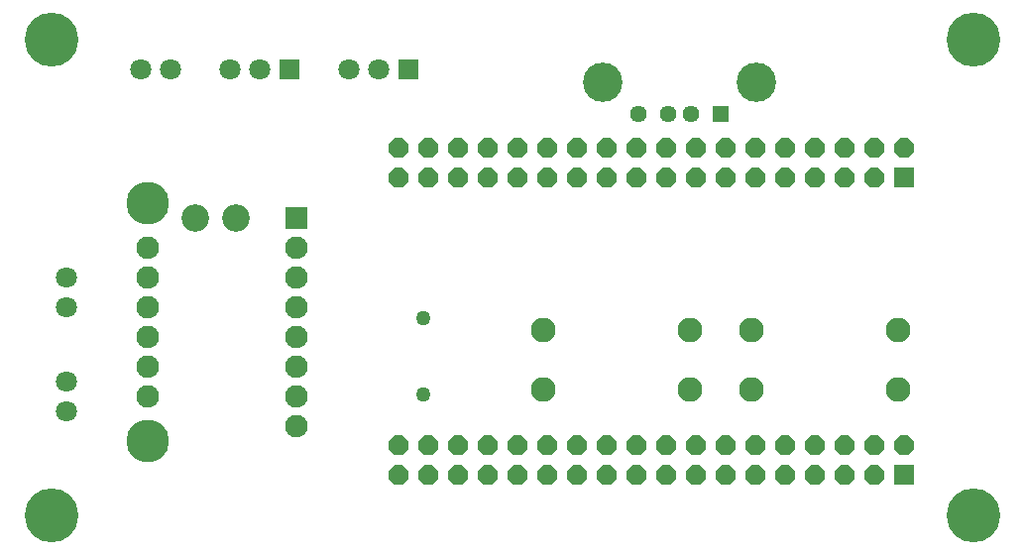
<source format=gbr>
G04 EAGLE Gerber RS-274X export*
G75*
%MOMM*%
%FSLAX34Y34*%
%LPD*%
%INSoldermask Bottom*%
%IPPOS*%
%AMOC8*
5,1,8,0,0,1.08239X$1,22.5*%
G01*
%ADD10C,1.803400*%
%ADD11C,2.112400*%
%ADD12R,1.803400X1.803400*%
%ADD13C,1.272400*%
%ADD14R,1.440400X1.440400*%
%ADD15C,1.440400*%
%ADD16C,3.372400*%
%ADD17R,1.930400X1.930400*%
%ADD18C,1.930400*%
%ADD19C,2.336800*%
%ADD20C,3.652400*%
%ADD21R,1.676400X1.676400*%
%ADD22P,1.814519X8X202.500000*%
%ADD23C,4.597400*%


D10*
X190500Y165100D03*
X190500Y139700D03*
X190500Y254000D03*
X190500Y228600D03*
D11*
X900700Y209150D03*
X900700Y159150D03*
X775700Y159150D03*
X775700Y209150D03*
X722900Y209150D03*
X722900Y159150D03*
X597900Y159150D03*
X597900Y209150D03*
D12*
X482600Y431800D03*
D10*
X457200Y431800D03*
X431800Y431800D03*
D13*
X495300Y219825D03*
X495300Y154825D03*
D14*
X749300Y393700D03*
D15*
X724300Y393700D03*
X704300Y393700D03*
X679300Y393700D03*
D16*
X780000Y420800D03*
X648600Y420800D03*
D17*
X387350Y304800D03*
D18*
X387350Y279400D03*
X387350Y254000D03*
X387350Y228600D03*
X387350Y203200D03*
X387350Y177800D03*
X387350Y152400D03*
X387350Y127000D03*
D19*
X300770Y304800D03*
X335770Y304800D03*
D18*
X260350Y254000D03*
X260350Y279400D03*
X260350Y203200D03*
X260350Y228600D03*
X260350Y152400D03*
X260350Y177800D03*
D20*
X260350Y114300D03*
X260350Y317500D03*
D12*
X381000Y431800D03*
D10*
X355600Y431800D03*
X330200Y431800D03*
X279400Y431800D03*
X254000Y431800D03*
D21*
X906100Y86100D03*
D22*
X906100Y111500D03*
X880700Y86100D03*
X880700Y111500D03*
X855300Y86100D03*
X855300Y111500D03*
X829900Y86100D03*
X829900Y111500D03*
X804500Y86100D03*
X804500Y111500D03*
X779100Y86100D03*
X779100Y111500D03*
X753700Y86100D03*
X753700Y111500D03*
X728300Y86100D03*
X728300Y111500D03*
X702900Y86100D03*
X702900Y111500D03*
X677500Y86100D03*
X677500Y111500D03*
X652100Y86100D03*
X652100Y111500D03*
X626700Y86100D03*
X626700Y111500D03*
X601300Y86100D03*
X601300Y111500D03*
X575900Y86100D03*
X575900Y111500D03*
X550500Y86100D03*
X550500Y111500D03*
X525100Y86100D03*
X525100Y111500D03*
X499700Y86100D03*
X499700Y111500D03*
X474300Y86100D03*
X474300Y111500D03*
D21*
X906100Y340100D03*
D22*
X906100Y365500D03*
X880700Y340100D03*
X880700Y365500D03*
X855300Y340100D03*
X855300Y365500D03*
X829900Y340100D03*
X829900Y365500D03*
X804500Y340100D03*
X804500Y365500D03*
X779100Y340100D03*
X779100Y365500D03*
X753700Y340100D03*
X753700Y365500D03*
X728300Y340100D03*
X728300Y365500D03*
X702900Y340100D03*
X702900Y365500D03*
X677500Y340100D03*
X677500Y365500D03*
X652100Y340100D03*
X652100Y365500D03*
X626700Y340100D03*
X626700Y365500D03*
X601300Y340100D03*
X601300Y365500D03*
X575900Y340100D03*
X575900Y365500D03*
X550500Y340100D03*
X550500Y365500D03*
X525100Y340100D03*
X525100Y365500D03*
X499700Y340100D03*
X499700Y365500D03*
X474300Y340100D03*
X474300Y365500D03*
D23*
X965200Y457200D03*
X177800Y457200D03*
X965200Y50800D03*
X177800Y50800D03*
M02*

</source>
